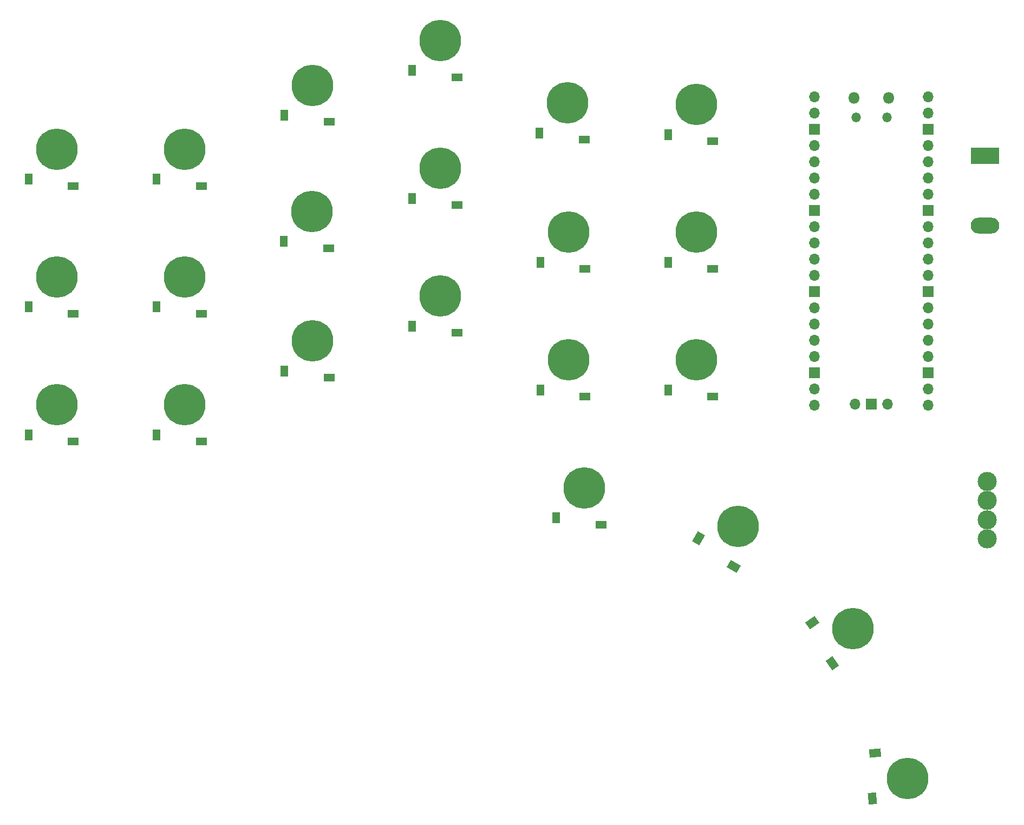
<source format=gbr>
%TF.GenerationSoftware,KiCad,Pcbnew,8.0.1*%
%TF.CreationDate,2024-05-05T07:35:19+02:00*%
%TF.ProjectId,PinkyPi,50696e6b-7950-4692-9e6b-696361645f70,rev?*%
%TF.SameCoordinates,Original*%
%TF.FileFunction,Soldermask,Bot*%
%TF.FilePolarity,Negative*%
%FSLAX46Y46*%
G04 Gerber Fmt 4.6, Leading zero omitted, Abs format (unit mm)*
G04 Created by KiCad (PCBNEW 8.0.1) date 2024-05-05 07:35:19*
%MOMM*%
%LPD*%
G01*
G04 APERTURE LIST*
G04 Aperture macros list*
%AMRotRect*
0 Rectangle, with rotation*
0 The origin of the aperture is its center*
0 $1 length*
0 $2 width*
0 $3 Rotation angle, in degrees counterclockwise*
0 Add horizontal line*
21,1,$1,$2,0,0,$3*%
G04 Aperture macros list end*
%ADD10C,6.500000*%
%ADD11R,1.800000X1.300000*%
%ADD12R,1.300000X1.800000*%
%ADD13O,1.800000X1.800000*%
%ADD14O,1.500000X1.500000*%
%ADD15O,1.700000X1.700000*%
%ADD16R,1.700000X1.700000*%
%ADD17RotRect,1.800000X1.300000X330.000000*%
%ADD18RotRect,1.800000X1.300000X60.000000*%
%ADD19RotRect,1.800000X1.300000X275.000000*%
%ADD20RotRect,1.800000X1.300000X5.000000*%
%ADD21C,3.000000*%
%ADD22RotRect,1.800000X1.300000X305.000000*%
%ADD23RotRect,1.800000X1.300000X35.000000*%
%ADD24R,4.500000X2.500000*%
%ADD25O,4.500000X2.500000*%
G04 APERTURE END LIST*
D10*
%TO.C,U7*%
X148400000Y-41750000D03*
D11*
X151000000Y-47500000D03*
D12*
X144000000Y-46450000D03*
%TD*%
D10*
%TO.C,U2*%
X128500000Y-52000000D03*
D11*
X131100000Y-57750000D03*
D12*
X124100000Y-56700000D03*
%TD*%
D10*
%TO.C,U18*%
X68500000Y-69000000D03*
D11*
X71100000Y-74750000D03*
D12*
X64100000Y-73700000D03*
%TD*%
D13*
%TO.C,U5*%
X193165000Y-40970000D03*
D14*
X193465000Y-44000000D03*
X198315000Y-44000000D03*
D13*
X198615000Y-40970000D03*
D15*
X187000000Y-40840000D03*
X187000000Y-43380000D03*
D16*
X187000000Y-45920000D03*
D15*
X187000000Y-48460000D03*
X187000000Y-51000000D03*
X187000000Y-53540000D03*
X187000000Y-56080000D03*
D16*
X187000000Y-58620000D03*
D15*
X187000000Y-61160000D03*
X187000000Y-63700000D03*
X187000000Y-66240000D03*
X187000000Y-68780000D03*
D16*
X187000000Y-71320000D03*
D15*
X187000000Y-73860000D03*
X187000000Y-76400000D03*
X187000000Y-78940000D03*
X187000000Y-81480000D03*
D16*
X187000000Y-84020000D03*
D15*
X187000000Y-86560000D03*
X187000000Y-89100000D03*
X204780000Y-89100000D03*
X204780000Y-86560000D03*
D16*
X204780000Y-84020000D03*
D15*
X204780000Y-81480000D03*
X204780000Y-78940000D03*
X204780000Y-76400000D03*
X204780000Y-73860000D03*
D16*
X204780000Y-71320000D03*
D15*
X204780000Y-68780000D03*
X204780000Y-66240000D03*
X204780000Y-63700000D03*
X204780000Y-61160000D03*
D16*
X204780000Y-58620000D03*
D15*
X204780000Y-56080000D03*
X204780000Y-53540000D03*
X204780000Y-51000000D03*
X204780000Y-48460000D03*
D16*
X204780000Y-45920000D03*
D15*
X204780000Y-43380000D03*
X204780000Y-40840000D03*
X193350000Y-88870000D03*
D16*
X195890000Y-88870000D03*
D15*
X198430000Y-88870000D03*
%TD*%
D10*
%TO.C,U1*%
X168500000Y-42000000D03*
D11*
X171100000Y-47750000D03*
D12*
X164100000Y-46700000D03*
%TD*%
D10*
%TO.C,U21*%
X68500000Y-49000000D03*
D11*
X71100000Y-54750000D03*
D12*
X64100000Y-53700000D03*
%TD*%
D10*
%TO.C,U12*%
X128500000Y-32000000D03*
D11*
X131100000Y-37750000D03*
D12*
X124100000Y-36700000D03*
%TD*%
D10*
%TO.C,U16*%
X151000000Y-102000000D03*
D11*
X153600000Y-107750000D03*
D12*
X146600000Y-106700000D03*
%TD*%
D10*
%TO.C,U11*%
X88500000Y-89000000D03*
D11*
X91100000Y-94750000D03*
D12*
X84100000Y-93700000D03*
%TD*%
D10*
%TO.C,U3*%
X88500000Y-69000000D03*
D11*
X91100000Y-74750000D03*
D12*
X84100000Y-73700000D03*
%TD*%
D10*
%TO.C,U22*%
X88500000Y-49000000D03*
D11*
X91100000Y-54750000D03*
D12*
X84100000Y-53700000D03*
%TD*%
D10*
%TO.C,U13*%
X148500000Y-62000000D03*
D11*
X151100000Y-67750000D03*
D12*
X144100000Y-66700000D03*
%TD*%
D10*
%TO.C,U9*%
X108400000Y-58750000D03*
D11*
X111000000Y-64500000D03*
D12*
X104000000Y-63450000D03*
%TD*%
D10*
%TO.C,U24*%
X175000000Y-108000000D03*
D17*
X174376666Y-114279646D03*
D18*
X168839488Y-109870319D03*
%TD*%
D10*
%TO.C,U19*%
X201500000Y-147500000D03*
D19*
X195998485Y-150591252D03*
D20*
X196434400Y-143526375D03*
%TD*%
D21*
%TO.C,U23*%
X214000000Y-110000000D03*
X214000000Y-107000000D03*
X214000000Y-104000000D03*
X214000000Y-101000000D03*
%TD*%
D10*
%TO.C,U8*%
X168500000Y-62000000D03*
D11*
X171100000Y-67750000D03*
D12*
X164100000Y-66700000D03*
%TD*%
D10*
%TO.C,U20*%
X68500000Y-89000000D03*
D11*
X71100000Y-94750000D03*
D12*
X64100000Y-93700000D03*
%TD*%
D10*
%TO.C,U10*%
X128500000Y-72000000D03*
D11*
X131100000Y-77750000D03*
D12*
X124100000Y-76700000D03*
%TD*%
D10*
%TO.C,U15*%
X108500000Y-39000000D03*
D11*
X111100000Y-44750000D03*
D12*
X104100000Y-43700000D03*
%TD*%
D10*
%TO.C,U17*%
X193000000Y-124000000D03*
D22*
X189781174Y-129427860D03*
D23*
X186626249Y-123091540D03*
%TD*%
D10*
%TO.C,U6*%
X108500000Y-79000000D03*
D11*
X111100000Y-84750000D03*
D12*
X104100000Y-83700000D03*
%TD*%
D10*
%TO.C,U4*%
X148500000Y-82000000D03*
D11*
X151100000Y-87750000D03*
D12*
X144100000Y-86700000D03*
%TD*%
D24*
%TO.C,D1*%
X213680000Y-50050000D03*
D25*
X213680000Y-60950000D03*
%TD*%
D10*
%TO.C,U14*%
X168500000Y-82000000D03*
D11*
X171100000Y-87750000D03*
D12*
X164100000Y-86700000D03*
%TD*%
M02*

</source>
